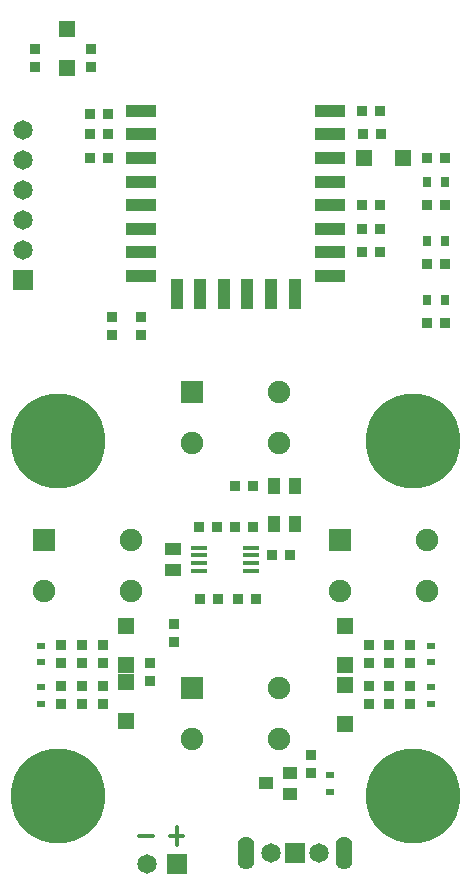
<source format=gbr>
G04 #@! TF.FileFunction,Soldermask,Top*
%FSLAX46Y46*%
G04 Gerber Fmt 4.6, Leading zero omitted, Abs format (unit mm)*
G04 Created by KiCad (PCBNEW 4.0.2+dfsg1-stable) date Sun 24 Sep 2017 09:19:22 PM CDT*
%MOMM*%
G01*
G04 APERTURE LIST*
%ADD10C,0.100000*%
%ADD11C,0.300000*%
%ADD12R,1.100000X2.600000*%
%ADD13R,2.600000X1.100000*%
%ADD14C,1.651000*%
%ADD15R,1.651000X1.651000*%
%ADD16O,1.397000X2.794000*%
%ADD17R,0.889000X0.889000*%
%ADD18R,1.016000X1.397000*%
%ADD19R,1.905000X1.905000*%
%ADD20C,1.905000*%
%ADD21R,1.397000X1.016000*%
%ADD22R,1.450000X0.450000*%
%ADD23R,1.143000X1.016000*%
%ADD24C,8.000000*%
%ADD25R,0.700000X0.600000*%
%ADD26R,1.397000X1.397000*%
%ADD27R,0.762000X0.889000*%
G04 APERTURE END LIST*
D10*
D11*
X64428572Y-145442857D02*
X65571429Y-145442857D01*
X65000000Y-146204762D02*
X65000000Y-144680952D01*
X61828572Y-145442857D02*
X62971429Y-145442857D01*
D12*
X65000000Y-99500000D03*
D13*
X78000000Y-98000000D03*
X62000000Y-84000000D03*
X62000000Y-86000000D03*
X62000000Y-88000000D03*
X62000000Y-90000000D03*
X62000000Y-92000000D03*
X62000000Y-94000000D03*
X62000000Y-96000000D03*
X62000000Y-98000000D03*
X78000000Y-96000000D03*
X78000000Y-94000000D03*
X78000000Y-92000000D03*
X78000000Y-90000000D03*
X78000000Y-88000000D03*
X78000000Y-86000000D03*
X78000000Y-84000000D03*
D12*
X67000000Y-99500000D03*
X69000000Y-99500000D03*
X71000000Y-99500000D03*
X73000000Y-99500000D03*
X75000000Y-99500000D03*
D14*
X77038300Y-146837700D03*
X72974300Y-146837700D03*
D15*
X75006300Y-146837700D03*
D16*
X79171900Y-146837700D03*
X70840700Y-146837700D03*
D17*
X68521200Y-125326200D03*
X66997200Y-125326200D03*
D18*
X73220200Y-118976200D03*
X74998200Y-118976200D03*
D17*
X53000000Y-78738000D03*
X53000000Y-80262000D03*
D15*
X52000000Y-98350000D03*
D14*
X52000000Y-95810000D03*
X52000000Y-93270000D03*
X52000000Y-90730000D03*
X52000000Y-88190000D03*
X52000000Y-85650000D03*
D19*
X66317000Y-107841000D03*
D20*
X66317000Y-112159000D03*
X73683000Y-112159000D03*
X73683000Y-107841000D03*
D19*
X78817000Y-120341000D03*
D20*
X78817000Y-124659000D03*
X86183000Y-124659000D03*
X86183000Y-120341000D03*
D19*
X66317000Y-132841000D03*
D20*
X66317000Y-137159000D03*
X73683000Y-137159000D03*
X73683000Y-132841000D03*
D19*
X53817000Y-120341000D03*
D20*
X53817000Y-124659000D03*
X61183000Y-124659000D03*
X61183000Y-120341000D03*
D21*
X64711200Y-122913200D03*
X64711200Y-121135200D03*
D17*
X57700000Y-84250000D03*
X59224000Y-84250000D03*
X82262000Y-84000000D03*
X80738000Y-84000000D03*
X57675600Y-87998600D03*
X59199600Y-87998600D03*
X82346800Y-86000000D03*
X80822800Y-86000000D03*
X73093200Y-121643200D03*
X74617200Y-121643200D03*
X87762000Y-102000000D03*
X86238000Y-102000000D03*
X87762000Y-92000000D03*
X86238000Y-92000000D03*
X87762000Y-97000000D03*
X86238000Y-97000000D03*
X71696200Y-125326200D03*
X70172200Y-125326200D03*
X59212000Y-86000000D03*
X57688000Y-86000000D03*
X66870200Y-119230200D03*
X68394200Y-119230200D03*
X71442200Y-119230200D03*
X69918200Y-119230200D03*
X76416000Y-138551000D03*
X76416000Y-140075000D03*
X69918200Y-115801200D03*
X71442200Y-115801200D03*
X59500000Y-101488000D03*
X59500000Y-103012000D03*
X82262000Y-92000000D03*
X80738000Y-92000000D03*
X87762000Y-88000000D03*
X86238000Y-88000000D03*
X57750000Y-78738000D03*
X57750000Y-80262000D03*
X80738000Y-94000000D03*
X82262000Y-94000000D03*
X80726000Y-96000000D03*
X82250000Y-96000000D03*
X64750000Y-129012000D03*
X64750000Y-127488000D03*
X81250000Y-132738000D03*
X81250000Y-134262000D03*
X81250000Y-130762000D03*
X81250000Y-129238000D03*
X58750000Y-132738000D03*
X58750000Y-134262000D03*
X58750000Y-130762000D03*
X58750000Y-129238000D03*
D22*
X71277200Y-122960200D03*
X71277200Y-122310200D03*
X71277200Y-121660200D03*
X71277200Y-121010200D03*
X66877200Y-121010200D03*
X66877200Y-121660200D03*
X66877200Y-122310200D03*
X66877200Y-122960200D03*
D18*
X73220200Y-115801200D03*
X74998200Y-115801200D03*
D17*
X62000000Y-101488000D03*
X62000000Y-103012000D03*
X62750000Y-132262000D03*
X62750000Y-130738000D03*
X84750000Y-134262000D03*
X84750000Y-132738000D03*
X84750000Y-129238000D03*
X84750000Y-130762000D03*
X55250000Y-134262000D03*
X55250000Y-132738000D03*
X55250000Y-129238000D03*
X55250000Y-130762000D03*
D23*
X74638000Y-141853000D03*
X74638000Y-140075000D03*
X72606000Y-140964000D03*
D17*
X83000000Y-132738000D03*
X83000000Y-134262000D03*
X83000000Y-130762000D03*
X83000000Y-129238000D03*
X57000000Y-132738000D03*
X57000000Y-134262000D03*
X57000000Y-130762000D03*
X57000000Y-129238000D03*
D24*
X55000000Y-112000000D03*
X85000000Y-112000000D03*
X55000000Y-142000000D03*
X85000000Y-142000000D03*
D25*
X78000000Y-141664000D03*
X78000000Y-140264000D03*
X86500000Y-134200000D03*
X86500000Y-132800000D03*
X86500000Y-129300000D03*
X86500000Y-130700000D03*
X53500000Y-134200000D03*
X53500000Y-132800000D03*
X53500000Y-129300000D03*
X53500000Y-130700000D03*
D15*
X65001240Y-147774960D03*
D14*
X62461240Y-147774960D03*
D26*
X80849000Y-88000000D03*
X84151000Y-88000000D03*
X55750000Y-80401000D03*
X55750000Y-77099000D03*
X79250000Y-132599000D03*
X79250000Y-135901000D03*
X79250000Y-130901000D03*
X79250000Y-127599000D03*
X60750000Y-132349000D03*
X60750000Y-135651000D03*
X60750000Y-130901000D03*
X60750000Y-127599000D03*
D27*
X86238000Y-95000000D03*
X87762000Y-95000000D03*
X86238000Y-100000000D03*
X87762000Y-100000000D03*
X86238000Y-90000000D03*
X87762000Y-90000000D03*
M02*

</source>
